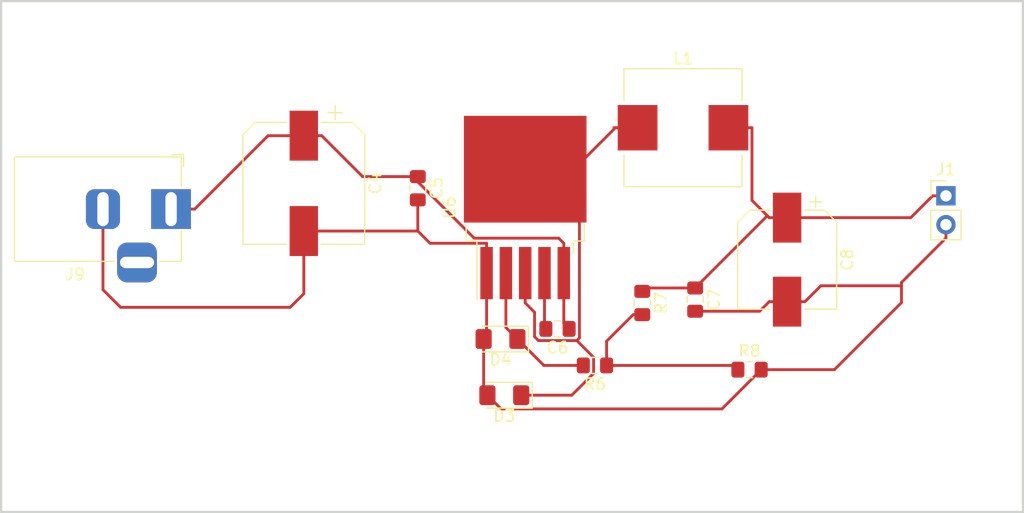
<source format=kicad_pcb>
(kicad_pcb (version 20171130) (host pcbnew 5.0.2-bee76a0~70~ubuntu18.04.1)

  (general
    (thickness 1.6)
    (drawings 5)
    (tracks 81)
    (zones 0)
    (modules 14)
    (nets 9)
  )

  (page A4)
  (layers
    (0 F.Cu signal)
    (31 B.Cu signal)
    (32 B.Adhes user)
    (33 F.Adhes user)
    (34 B.Paste user)
    (35 F.Paste user)
    (36 B.SilkS user)
    (37 F.SilkS user)
    (38 B.Mask user)
    (39 F.Mask user)
    (40 Dwgs.User user)
    (41 Cmts.User user)
    (42 Eco1.User user)
    (43 Eco2.User user)
    (44 Edge.Cuts user)
    (45 Margin user)
    (46 B.CrtYd user)
    (47 F.CrtYd user)
    (48 B.Fab user)
    (49 F.Fab user)
  )

  (setup
    (last_trace_width 0.25)
    (trace_clearance 0.2)
    (zone_clearance 0.508)
    (zone_45_only no)
    (trace_min 0.2)
    (segment_width 0.2)
    (edge_width 0.15)
    (via_size 0.8)
    (via_drill 0.4)
    (via_min_size 0.4)
    (via_min_drill 0.3)
    (uvia_size 0.3)
    (uvia_drill 0.1)
    (uvias_allowed no)
    (uvia_min_size 0.2)
    (uvia_min_drill 0.1)
    (pcb_text_width 0.3)
    (pcb_text_size 1.5 1.5)
    (mod_edge_width 0.15)
    (mod_text_size 1 1)
    (mod_text_width 0.15)
    (pad_size 1.524 1.524)
    (pad_drill 0.762)
    (pad_to_mask_clearance 0.051)
    (solder_mask_min_width 0.25)
    (aux_axis_origin 0 0)
    (visible_elements FFFFFF7F)
    (pcbplotparams
      (layerselection 0x010fc_ffffffff)
      (usegerberextensions false)
      (usegerberattributes false)
      (usegerberadvancedattributes false)
      (creategerberjobfile false)
      (excludeedgelayer true)
      (linewidth 0.100000)
      (plotframeref false)
      (viasonmask false)
      (mode 1)
      (useauxorigin false)
      (hpglpennumber 1)
      (hpglpenspeed 20)
      (hpglpendiameter 15.000000)
      (psnegative false)
      (psa4output false)
      (plotreference true)
      (plotvalue true)
      (plotinvisibletext false)
      (padsonsilk false)
      (subtractmaskfromsilk false)
      (outputformat 1)
      (mirror false)
      (drillshape 1)
      (scaleselection 1)
      (outputdirectory ""))
  )

  (net 0 "")
  (net 1 "Net-(R6-Pad1)")
  (net 2 "Net-(D4-Pad1)")
  (net 3 +12V)
  (net 4 GND)
  (net 5 "Net-(D3-Pad1)")
  (net 6 "Net-(C6-Pad2)")
  (net 7 +24V)
  (net 8 "Net-(J9-Pad3)")

  (net_class Default "This is the default net class."
    (clearance 0.2)
    (trace_width 0.25)
    (via_dia 0.8)
    (via_drill 0.4)
    (uvia_dia 0.3)
    (uvia_drill 0.1)
    (add_net +12V)
    (add_net +24V)
    (add_net GND)
    (add_net "Net-(C6-Pad2)")
    (add_net "Net-(D3-Pad1)")
    (add_net "Net-(D4-Pad1)")
    (add_net "Net-(J9-Pad3)")
    (add_net "Net-(R6-Pad1)")
  )

  (module Connector_PinHeader_2.54mm:PinHeader_1x02_P2.54mm_Vertical (layer F.Cu) (tedit 59FED5CC) (tstamp 5C14B1A2)
    (at 98.22 32.15)
    (descr "Through hole straight pin header, 1x02, 2.54mm pitch, single row")
    (tags "Through hole pin header THT 1x02 2.54mm single row")
    (path /5C06C762)
    (fp_text reference J1 (at 0 -2.33) (layer F.SilkS)
      (effects (font (size 1 1) (thickness 0.15)))
    )
    (fp_text value Conn_01x02 (at 0 4.87) (layer F.Fab)
      (effects (font (size 1 1) (thickness 0.15)))
    )
    (fp_line (start -0.635 -1.27) (end 1.27 -1.27) (layer F.Fab) (width 0.1))
    (fp_line (start 1.27 -1.27) (end 1.27 3.81) (layer F.Fab) (width 0.1))
    (fp_line (start 1.27 3.81) (end -1.27 3.81) (layer F.Fab) (width 0.1))
    (fp_line (start -1.27 3.81) (end -1.27 -0.635) (layer F.Fab) (width 0.1))
    (fp_line (start -1.27 -0.635) (end -0.635 -1.27) (layer F.Fab) (width 0.1))
    (fp_line (start -1.33 3.87) (end 1.33 3.87) (layer F.SilkS) (width 0.12))
    (fp_line (start -1.33 1.27) (end -1.33 3.87) (layer F.SilkS) (width 0.12))
    (fp_line (start 1.33 1.27) (end 1.33 3.87) (layer F.SilkS) (width 0.12))
    (fp_line (start -1.33 1.27) (end 1.33 1.27) (layer F.SilkS) (width 0.12))
    (fp_line (start -1.33 0) (end -1.33 -1.33) (layer F.SilkS) (width 0.12))
    (fp_line (start -1.33 -1.33) (end 0 -1.33) (layer F.SilkS) (width 0.12))
    (fp_line (start -1.8 -1.8) (end -1.8 4.35) (layer F.CrtYd) (width 0.05))
    (fp_line (start -1.8 4.35) (end 1.8 4.35) (layer F.CrtYd) (width 0.05))
    (fp_line (start 1.8 4.35) (end 1.8 -1.8) (layer F.CrtYd) (width 0.05))
    (fp_line (start 1.8 -1.8) (end -1.8 -1.8) (layer F.CrtYd) (width 0.05))
    (fp_text user %R (at 0 1.27 90) (layer F.Fab)
      (effects (font (size 1 1) (thickness 0.15)))
    )
    (pad 1 thru_hole rect (at 0 0) (size 1.7 1.7) (drill 1) (layers *.Cu *.Mask)
      (net 3 +12V))
    (pad 2 thru_hole oval (at 0 2.54) (size 1.7 1.7) (drill 1) (layers *.Cu *.Mask)
      (net 4 GND))
    (model ${KISYS3DMOD}/Connector_PinHeader_2.54mm.3dshapes/PinHeader_1x02_P2.54mm_Vertical.wrl
      (at (xyz 0 0 0))
      (scale (xyz 1 1 1))
      (rotate (xyz 0 0 0))
    )
  )

  (module Capacitor_SMD:CP_Elec_10x10.5 (layer F.Cu) (tedit 5A841F9D) (tstamp 5C06BA88)
    (at 41.66 31.05 270)
    (descr "SMT capacitor, aluminium electrolytic, 10x10, Vishay 1010 http://www.vishay.com/docs/28395/150crz.pdf")
    (tags "Capacitor Electrolytic")
    (path /5C06FF69)
    (attr smd)
    (fp_text reference C4 (at 0 -6.3 270) (layer F.SilkS)
      (effects (font (size 1 1) (thickness 0.15)))
    )
    (fp_text value CP220uf,50V (at 0 6.3 270) (layer F.Fab)
      (effects (font (size 1 1) (thickness 0.15)))
    )
    (fp_circle (center 0 0) (end 5 0) (layer F.Fab) (width 0.1))
    (fp_line (start 5.25 -5.25) (end 5.25 5.25) (layer F.Fab) (width 0.1))
    (fp_line (start -4.25 -5.25) (end 5.25 -5.25) (layer F.Fab) (width 0.1))
    (fp_line (start -4.25 5.25) (end 5.25 5.25) (layer F.Fab) (width 0.1))
    (fp_line (start -5.25 -4.25) (end -5.25 4.25) (layer F.Fab) (width 0.1))
    (fp_line (start -5.25 -4.25) (end -4.25 -5.25) (layer F.Fab) (width 0.1))
    (fp_line (start -5.25 4.25) (end -4.25 5.25) (layer F.Fab) (width 0.1))
    (fp_line (start -4.558325 -1.7) (end -3.558325 -1.7) (layer F.Fab) (width 0.1))
    (fp_line (start -4.058325 -2.2) (end -4.058325 -1.2) (layer F.Fab) (width 0.1))
    (fp_line (start 5.36 5.36) (end 5.36 1.51) (layer F.SilkS) (width 0.12))
    (fp_line (start 5.36 -5.36) (end 5.36 -1.51) (layer F.SilkS) (width 0.12))
    (fp_line (start -4.295563 -5.36) (end 5.36 -5.36) (layer F.SilkS) (width 0.12))
    (fp_line (start -4.295563 5.36) (end 5.36 5.36) (layer F.SilkS) (width 0.12))
    (fp_line (start -5.36 4.295563) (end -5.36 1.51) (layer F.SilkS) (width 0.12))
    (fp_line (start -5.36 -4.295563) (end -5.36 -1.51) (layer F.SilkS) (width 0.12))
    (fp_line (start -5.36 -4.295563) (end -4.295563 -5.36) (layer F.SilkS) (width 0.12))
    (fp_line (start -5.36 4.295563) (end -4.295563 5.36) (layer F.SilkS) (width 0.12))
    (fp_line (start -6.85 -2.76) (end -5.6 -2.76) (layer F.SilkS) (width 0.12))
    (fp_line (start -6.225 -3.385) (end -6.225 -2.135) (layer F.SilkS) (width 0.12))
    (fp_line (start 5.5 -5.5) (end 5.5 -1.5) (layer F.CrtYd) (width 0.05))
    (fp_line (start 5.5 -1.5) (end 6.65 -1.5) (layer F.CrtYd) (width 0.05))
    (fp_line (start 6.65 -1.5) (end 6.65 1.5) (layer F.CrtYd) (width 0.05))
    (fp_line (start 6.65 1.5) (end 5.5 1.5) (layer F.CrtYd) (width 0.05))
    (fp_line (start 5.5 1.5) (end 5.5 5.5) (layer F.CrtYd) (width 0.05))
    (fp_line (start -4.35 5.5) (end 5.5 5.5) (layer F.CrtYd) (width 0.05))
    (fp_line (start -4.35 -5.5) (end 5.5 -5.5) (layer F.CrtYd) (width 0.05))
    (fp_line (start -5.5 4.35) (end -4.35 5.5) (layer F.CrtYd) (width 0.05))
    (fp_line (start -5.5 -4.35) (end -4.35 -5.5) (layer F.CrtYd) (width 0.05))
    (fp_line (start -5.5 -4.35) (end -5.5 -1.5) (layer F.CrtYd) (width 0.05))
    (fp_line (start -5.5 1.5) (end -5.5 4.35) (layer F.CrtYd) (width 0.05))
    (fp_line (start -5.5 -1.5) (end -6.65 -1.5) (layer F.CrtYd) (width 0.05))
    (fp_line (start -6.65 -1.5) (end -6.65 1.5) (layer F.CrtYd) (width 0.05))
    (fp_line (start -6.65 1.5) (end -5.5 1.5) (layer F.CrtYd) (width 0.05))
    (fp_text user %R (at 0 0 270) (layer F.Fab)
      (effects (font (size 1 1) (thickness 0.15)))
    )
    (pad 1 smd rect (at -4.2 0 270) (size 4.4 2.5) (layers F.Cu F.Paste F.Mask)
      (net 7 +24V))
    (pad 2 smd rect (at 4.2 0 270) (size 4.4 2.5) (layers F.Cu F.Paste F.Mask)
      (net 4 GND))
    (model ${KISYS3DMOD}/Capacitor_SMD.3dshapes/CP_Elec_10x10.5.wrl
      (at (xyz 0 0 0))
      (scale (xyz 1 1 1))
      (rotate (xyz 0 0 0))
    )
  )

  (module Capacitor_SMD:CP_Elec_8x10.5 (layer F.Cu) (tedit 5A841F9D) (tstamp 5C06BA60)
    (at 84.23 37.77 270)
    (descr "SMT capacitor, aluminium electrolytic, 8x10.5, Vishay 0810 http://www.vishay.com/docs/28395/150crz.pdf")
    (tags "Capacitor Electrolytic")
    (path /5C0715C0)
    (attr smd)
    (fp_text reference C8 (at 0 -5.3 270) (layer F.SilkS)
      (effects (font (size 1 1) (thickness 0.15)))
    )
    (fp_text value CP330uf,25V (at 0 5.3 270) (layer F.Fab)
      (effects (font (size 1 1) (thickness 0.15)))
    )
    (fp_circle (center 0 0) (end 4 0) (layer F.Fab) (width 0.1))
    (fp_line (start 4.25 -4.25) (end 4.25 4.25) (layer F.Fab) (width 0.1))
    (fp_line (start -3.25 -4.25) (end 4.25 -4.25) (layer F.Fab) (width 0.1))
    (fp_line (start -3.25 4.25) (end 4.25 4.25) (layer F.Fab) (width 0.1))
    (fp_line (start -4.25 -3.25) (end -4.25 3.25) (layer F.Fab) (width 0.1))
    (fp_line (start -4.25 -3.25) (end -3.25 -4.25) (layer F.Fab) (width 0.1))
    (fp_line (start -4.25 3.25) (end -3.25 4.25) (layer F.Fab) (width 0.1))
    (fp_line (start -3.562278 -1.5) (end -2.762278 -1.5) (layer F.Fab) (width 0.1))
    (fp_line (start -3.162278 -1.9) (end -3.162278 -1.1) (layer F.Fab) (width 0.1))
    (fp_line (start 4.36 4.36) (end 4.36 1.51) (layer F.SilkS) (width 0.12))
    (fp_line (start 4.36 -4.36) (end 4.36 -1.51) (layer F.SilkS) (width 0.12))
    (fp_line (start -3.295563 -4.36) (end 4.36 -4.36) (layer F.SilkS) (width 0.12))
    (fp_line (start -3.295563 4.36) (end 4.36 4.36) (layer F.SilkS) (width 0.12))
    (fp_line (start -4.36 3.295563) (end -4.36 1.51) (layer F.SilkS) (width 0.12))
    (fp_line (start -4.36 -3.295563) (end -4.36 -1.51) (layer F.SilkS) (width 0.12))
    (fp_line (start -4.36 -3.295563) (end -3.295563 -4.36) (layer F.SilkS) (width 0.12))
    (fp_line (start -4.36 3.295563) (end -3.295563 4.36) (layer F.SilkS) (width 0.12))
    (fp_line (start -5.6 -2.51) (end -4.6 -2.51) (layer F.SilkS) (width 0.12))
    (fp_line (start -5.1 -3.01) (end -5.1 -2.01) (layer F.SilkS) (width 0.12))
    (fp_line (start 4.5 -4.5) (end 4.5 -1.5) (layer F.CrtYd) (width 0.05))
    (fp_line (start 4.5 -1.5) (end 6.15 -1.5) (layer F.CrtYd) (width 0.05))
    (fp_line (start 6.15 -1.5) (end 6.15 1.5) (layer F.CrtYd) (width 0.05))
    (fp_line (start 6.15 1.5) (end 4.5 1.5) (layer F.CrtYd) (width 0.05))
    (fp_line (start 4.5 1.5) (end 4.5 4.5) (layer F.CrtYd) (width 0.05))
    (fp_line (start -3.35 4.5) (end 4.5 4.5) (layer F.CrtYd) (width 0.05))
    (fp_line (start -3.35 -4.5) (end 4.5 -4.5) (layer F.CrtYd) (width 0.05))
    (fp_line (start -4.5 3.35) (end -3.35 4.5) (layer F.CrtYd) (width 0.05))
    (fp_line (start -4.5 -3.35) (end -3.35 -4.5) (layer F.CrtYd) (width 0.05))
    (fp_line (start -4.5 -3.35) (end -4.5 -1.5) (layer F.CrtYd) (width 0.05))
    (fp_line (start -4.5 1.5) (end -4.5 3.35) (layer F.CrtYd) (width 0.05))
    (fp_line (start -4.5 -1.5) (end -6.15 -1.5) (layer F.CrtYd) (width 0.05))
    (fp_line (start -6.15 -1.5) (end -6.15 1.5) (layer F.CrtYd) (width 0.05))
    (fp_line (start -6.15 1.5) (end -4.5 1.5) (layer F.CrtYd) (width 0.05))
    (fp_text user %R (at 0 0 270) (layer F.Fab)
      (effects (font (size 1 1) (thickness 0.15)))
    )
    (pad 1 smd rect (at -3.7 0 270) (size 4.4 2.5) (layers F.Cu F.Paste F.Mask)
      (net 3 +12V))
    (pad 2 smd rect (at 3.7 0 270) (size 4.4 2.5) (layers F.Cu F.Paste F.Mask)
      (net 4 GND))
    (model ${KISYS3DMOD}/Capacitor_SMD.3dshapes/CP_Elec_8x10.5.wrl
      (at (xyz 0 0 0))
      (scale (xyz 1 1 1))
      (rotate (xyz 0 0 0))
    )
  )

  (module Capacitor_SMD:C_0805_2012Metric_Pad1.15x1.40mm_HandSolder (layer F.Cu) (tedit 5B36C52B) (tstamp 5C06BA38)
    (at 76.13 41.29 270)
    (descr "Capacitor SMD 0805 (2012 Metric), square (rectangular) end terminal, IPC_7351 nominal with elongated pad for handsoldering. (Body size source: https://docs.google.com/spreadsheets/d/1BsfQQcO9C6DZCsRaXUlFlo91Tg2WpOkGARC1WS5S8t0/edit?usp=sharing), generated with kicad-footprint-generator")
    (tags "capacitor handsolder")
    (path /5C07141B)
    (attr smd)
    (fp_text reference C7 (at 0 -1.65 270) (layer F.SilkS)
      (effects (font (size 1 1) (thickness 0.15)))
    )
    (fp_text value C105,0805 (at 0 1.65 270) (layer F.Fab)
      (effects (font (size 1 1) (thickness 0.15)))
    )
    (fp_line (start -1 0.6) (end -1 -0.6) (layer F.Fab) (width 0.1))
    (fp_line (start -1 -0.6) (end 1 -0.6) (layer F.Fab) (width 0.1))
    (fp_line (start 1 -0.6) (end 1 0.6) (layer F.Fab) (width 0.1))
    (fp_line (start 1 0.6) (end -1 0.6) (layer F.Fab) (width 0.1))
    (fp_line (start -0.261252 -0.71) (end 0.261252 -0.71) (layer F.SilkS) (width 0.12))
    (fp_line (start -0.261252 0.71) (end 0.261252 0.71) (layer F.SilkS) (width 0.12))
    (fp_line (start -1.85 0.95) (end -1.85 -0.95) (layer F.CrtYd) (width 0.05))
    (fp_line (start -1.85 -0.95) (end 1.85 -0.95) (layer F.CrtYd) (width 0.05))
    (fp_line (start 1.85 -0.95) (end 1.85 0.95) (layer F.CrtYd) (width 0.05))
    (fp_line (start 1.85 0.95) (end -1.85 0.95) (layer F.CrtYd) (width 0.05))
    (fp_text user %R (at 0 0 270) (layer F.Fab)
      (effects (font (size 0.5 0.5) (thickness 0.08)))
    )
    (pad 1 smd roundrect (at -1.025 0 270) (size 1.15 1.4) (layers F.Cu F.Paste F.Mask) (roundrect_rratio 0.217391)
      (net 3 +12V))
    (pad 2 smd roundrect (at 1.025 0 270) (size 1.15 1.4) (layers F.Cu F.Paste F.Mask) (roundrect_rratio 0.217391)
      (net 4 GND))
    (model ${KISYS3DMOD}/Capacitor_SMD.3dshapes/C_0805_2012Metric.wrl
      (at (xyz 0 0 0))
      (scale (xyz 1 1 1))
      (rotate (xyz 0 0 0))
    )
  )

  (module Capacitor_SMD:C_0805_2012Metric_Pad1.15x1.40mm_HandSolder (layer F.Cu) (tedit 5B36C52B) (tstamp 5C06BA27)
    (at 64.005 43.87 180)
    (descr "Capacitor SMD 0805 (2012 Metric), square (rectangular) end terminal, IPC_7351 nominal with elongated pad for handsoldering. (Body size source: https://docs.google.com/spreadsheets/d/1BsfQQcO9C6DZCsRaXUlFlo91Tg2WpOkGARC1WS5S8t0/edit?usp=sharing), generated with kicad-footprint-generator")
    (tags "capacitor handsolder")
    (path /5C0700F4)
    (attr smd)
    (fp_text reference C6 (at 0 -1.65 180) (layer F.SilkS)
      (effects (font (size 1 1) (thickness 0.15)))
    )
    (fp_text value C105,0805 (at 0 1.65 180) (layer F.Fab)
      (effects (font (size 1 1) (thickness 0.15)))
    )
    (fp_text user %R (at 0 0 180) (layer F.Fab)
      (effects (font (size 0.5 0.5) (thickness 0.08)))
    )
    (fp_line (start 1.85 0.95) (end -1.85 0.95) (layer F.CrtYd) (width 0.05))
    (fp_line (start 1.85 -0.95) (end 1.85 0.95) (layer F.CrtYd) (width 0.05))
    (fp_line (start -1.85 -0.95) (end 1.85 -0.95) (layer F.CrtYd) (width 0.05))
    (fp_line (start -1.85 0.95) (end -1.85 -0.95) (layer F.CrtYd) (width 0.05))
    (fp_line (start -0.261252 0.71) (end 0.261252 0.71) (layer F.SilkS) (width 0.12))
    (fp_line (start -0.261252 -0.71) (end 0.261252 -0.71) (layer F.SilkS) (width 0.12))
    (fp_line (start 1 0.6) (end -1 0.6) (layer F.Fab) (width 0.1))
    (fp_line (start 1 -0.6) (end 1 0.6) (layer F.Fab) (width 0.1))
    (fp_line (start -1 -0.6) (end 1 -0.6) (layer F.Fab) (width 0.1))
    (fp_line (start -1 0.6) (end -1 -0.6) (layer F.Fab) (width 0.1))
    (pad 2 smd roundrect (at 1.025 0 180) (size 1.15 1.4) (layers F.Cu F.Paste F.Mask) (roundrect_rratio 0.217391)
      (net 6 "Net-(C6-Pad2)"))
    (pad 1 smd roundrect (at -1.025 0 180) (size 1.15 1.4) (layers F.Cu F.Paste F.Mask) (roundrect_rratio 0.217391)
      (net 7 +24V))
    (model ${KISYS3DMOD}/Capacitor_SMD.3dshapes/C_0805_2012Metric.wrl
      (at (xyz 0 0 0))
      (scale (xyz 1 1 1))
      (rotate (xyz 0 0 0))
    )
  )

  (module Capacitor_SMD:C_0805_2012Metric_Pad1.15x1.40mm_HandSolder (layer F.Cu) (tedit 5B36C52B) (tstamp 5C06BA16)
    (at 51.7 31.48 270)
    (descr "Capacitor SMD 0805 (2012 Metric), square (rectangular) end terminal, IPC_7351 nominal with elongated pad for handsoldering. (Body size source: https://docs.google.com/spreadsheets/d/1BsfQQcO9C6DZCsRaXUlFlo91Tg2WpOkGARC1WS5S8t0/edit?usp=sharing), generated with kicad-footprint-generator")
    (tags "capacitor handsolder")
    (path /5C070084)
    (attr smd)
    (fp_text reference C5 (at 0 -1.65 270) (layer F.SilkS)
      (effects (font (size 1 1) (thickness 0.15)))
    )
    (fp_text value C105,0805 (at 0 1.65 270) (layer F.Fab)
      (effects (font (size 1 1) (thickness 0.15)))
    )
    (fp_line (start -1 0.6) (end -1 -0.6) (layer F.Fab) (width 0.1))
    (fp_line (start -1 -0.6) (end 1 -0.6) (layer F.Fab) (width 0.1))
    (fp_line (start 1 -0.6) (end 1 0.6) (layer F.Fab) (width 0.1))
    (fp_line (start 1 0.6) (end -1 0.6) (layer F.Fab) (width 0.1))
    (fp_line (start -0.261252 -0.71) (end 0.261252 -0.71) (layer F.SilkS) (width 0.12))
    (fp_line (start -0.261252 0.71) (end 0.261252 0.71) (layer F.SilkS) (width 0.12))
    (fp_line (start -1.85 0.95) (end -1.85 -0.95) (layer F.CrtYd) (width 0.05))
    (fp_line (start -1.85 -0.95) (end 1.85 -0.95) (layer F.CrtYd) (width 0.05))
    (fp_line (start 1.85 -0.95) (end 1.85 0.95) (layer F.CrtYd) (width 0.05))
    (fp_line (start 1.85 0.95) (end -1.85 0.95) (layer F.CrtYd) (width 0.05))
    (fp_text user %R (at 0 0 270) (layer F.Fab)
      (effects (font (size 0.5 0.5) (thickness 0.08)))
    )
    (pad 1 smd roundrect (at -1.025 0 270) (size 1.15 1.4) (layers F.Cu F.Paste F.Mask) (roundrect_rratio 0.217391)
      (net 7 +24V))
    (pad 2 smd roundrect (at 1.025 0 270) (size 1.15 1.4) (layers F.Cu F.Paste F.Mask) (roundrect_rratio 0.217391)
      (net 4 GND))
    (model ${KISYS3DMOD}/Capacitor_SMD.3dshapes/C_0805_2012Metric.wrl
      (at (xyz 0 0 0))
      (scale (xyz 1 1 1))
      (rotate (xyz 0 0 0))
    )
  )

  (module Connector_BarrelJack:BarrelJack_Horizontal (layer F.Cu) (tedit 5A1DBF6A) (tstamp 5C06BA05)
    (at 29.97 33.32)
    (descr "DC Barrel Jack")
    (tags "Power Jack")
    (path /5C080E2B)
    (fp_text reference J9 (at -8.45 5.75) (layer F.SilkS)
      (effects (font (size 1 1) (thickness 0.15)))
    )
    (fp_text value Barrel_Jack_Switch (at -6.2 -5.5) (layer F.Fab)
      (effects (font (size 1 1) (thickness 0.15)))
    )
    (fp_text user %R (at -3 -2.95) (layer F.Fab)
      (effects (font (size 1 1) (thickness 0.15)))
    )
    (fp_line (start -0.003213 -4.505425) (end 0.8 -3.75) (layer F.Fab) (width 0.1))
    (fp_line (start 1.1 -3.75) (end 1.1 -4.8) (layer F.SilkS) (width 0.12))
    (fp_line (start 0.05 -4.8) (end 1.1 -4.8) (layer F.SilkS) (width 0.12))
    (fp_line (start 1 -4.5) (end 1 -4.75) (layer F.CrtYd) (width 0.05))
    (fp_line (start 1 -4.75) (end -14 -4.75) (layer F.CrtYd) (width 0.05))
    (fp_line (start 1 -4.5) (end 1 -2) (layer F.CrtYd) (width 0.05))
    (fp_line (start 1 -2) (end 2 -2) (layer F.CrtYd) (width 0.05))
    (fp_line (start 2 -2) (end 2 2) (layer F.CrtYd) (width 0.05))
    (fp_line (start 2 2) (end 1 2) (layer F.CrtYd) (width 0.05))
    (fp_line (start 1 2) (end 1 4.75) (layer F.CrtYd) (width 0.05))
    (fp_line (start 1 4.75) (end -1 4.75) (layer F.CrtYd) (width 0.05))
    (fp_line (start -1 4.75) (end -1 6.75) (layer F.CrtYd) (width 0.05))
    (fp_line (start -1 6.75) (end -5 6.75) (layer F.CrtYd) (width 0.05))
    (fp_line (start -5 6.75) (end -5 4.75) (layer F.CrtYd) (width 0.05))
    (fp_line (start -5 4.75) (end -14 4.75) (layer F.CrtYd) (width 0.05))
    (fp_line (start -14 4.75) (end -14 -4.75) (layer F.CrtYd) (width 0.05))
    (fp_line (start -5 4.6) (end -13.8 4.6) (layer F.SilkS) (width 0.12))
    (fp_line (start -13.8 4.6) (end -13.8 -4.6) (layer F.SilkS) (width 0.12))
    (fp_line (start 0.9 1.9) (end 0.9 4.6) (layer F.SilkS) (width 0.12))
    (fp_line (start 0.9 4.6) (end -1 4.6) (layer F.SilkS) (width 0.12))
    (fp_line (start -13.8 -4.6) (end 0.9 -4.6) (layer F.SilkS) (width 0.12))
    (fp_line (start 0.9 -4.6) (end 0.9 -2) (layer F.SilkS) (width 0.12))
    (fp_line (start -10.2 -4.5) (end -10.2 4.5) (layer F.Fab) (width 0.1))
    (fp_line (start -13.7 -4.5) (end -13.7 4.5) (layer F.Fab) (width 0.1))
    (fp_line (start -13.7 4.5) (end 0.8 4.5) (layer F.Fab) (width 0.1))
    (fp_line (start 0.8 4.5) (end 0.8 -3.75) (layer F.Fab) (width 0.1))
    (fp_line (start 0 -4.5) (end -13.7 -4.5) (layer F.Fab) (width 0.1))
    (pad 1 thru_hole rect (at 0 0) (size 3.5 3.5) (drill oval 1 3) (layers *.Cu *.Mask)
      (net 7 +24V))
    (pad 2 thru_hole roundrect (at -6 0) (size 3 3.5) (drill oval 1 3) (layers *.Cu *.Mask) (roundrect_rratio 0.25)
      (net 4 GND))
    (pad 3 thru_hole roundrect (at -3 4.7) (size 3.5 3.5) (drill oval 3 1) (layers *.Cu *.Mask) (roundrect_rratio 0.25)
      (net 8 "Net-(J9-Pad3)"))
    (model ${KISYS3DMOD}/Connector_BarrelJack.3dshapes/BarrelJack_Horizontal.wrl
      (at (xyz 0 0 0))
      (scale (xyz 1 1 1))
      (rotate (xyz 0 0 0))
    )
  )

  (module Diode_SMD:D_1206_3216Metric_Pad1.42x1.75mm_HandSolder (layer F.Cu) (tedit 5B4B45C8) (tstamp 5C06B9E2)
    (at 58.9875 44.76 180)
    (descr "Diode SMD 1206 (3216 Metric), square (rectangular) end terminal, IPC_7351 nominal, (Body size source: http://www.tortai-tech.com/upload/download/2011102023233369053.pdf), generated with kicad-footprint-generator")
    (tags "diode handsolder")
    (path /5C070F09)
    (attr smd)
    (fp_text reference D4 (at 0 -1.82 180) (layer F.SilkS)
      (effects (font (size 1 1) (thickness 0.15)))
    )
    (fp_text value SD_1N5817_SS12 (at 0 1.82 180) (layer F.Fab)
      (effects (font (size 1 1) (thickness 0.15)))
    )
    (fp_text user %R (at 0 0 180) (layer F.Fab)
      (effects (font (size 0.8 0.8) (thickness 0.12)))
    )
    (fp_line (start 2.45 1.12) (end -2.45 1.12) (layer F.CrtYd) (width 0.05))
    (fp_line (start 2.45 -1.12) (end 2.45 1.12) (layer F.CrtYd) (width 0.05))
    (fp_line (start -2.45 -1.12) (end 2.45 -1.12) (layer F.CrtYd) (width 0.05))
    (fp_line (start -2.45 1.12) (end -2.45 -1.12) (layer F.CrtYd) (width 0.05))
    (fp_line (start -2.46 1.135) (end 1.6 1.135) (layer F.SilkS) (width 0.12))
    (fp_line (start -2.46 -1.135) (end -2.46 1.135) (layer F.SilkS) (width 0.12))
    (fp_line (start 1.6 -1.135) (end -2.46 -1.135) (layer F.SilkS) (width 0.12))
    (fp_line (start 1.6 0.8) (end 1.6 -0.8) (layer F.Fab) (width 0.1))
    (fp_line (start -1.6 0.8) (end 1.6 0.8) (layer F.Fab) (width 0.1))
    (fp_line (start -1.6 -0.4) (end -1.6 0.8) (layer F.Fab) (width 0.1))
    (fp_line (start -1.2 -0.8) (end -1.6 -0.4) (layer F.Fab) (width 0.1))
    (fp_line (start 1.6 -0.8) (end -1.2 -0.8) (layer F.Fab) (width 0.1))
    (pad 2 smd roundrect (at 1.4875 0 180) (size 1.425 1.75) (layers F.Cu F.Paste F.Mask) (roundrect_rratio 0.175439)
      (net 4 GND))
    (pad 1 smd roundrect (at -1.4875 0 180) (size 1.425 1.75) (layers F.Cu F.Paste F.Mask) (roundrect_rratio 0.175439)
      (net 2 "Net-(D4-Pad1)"))
    (model ${KISYS3DMOD}/Diode_SMD.3dshapes/D_1206_3216Metric.wrl
      (at (xyz 0 0 0))
      (scale (xyz 1 1 1))
      (rotate (xyz 0 0 0))
    )
  )

  (module Diode_SMD:D_1206_3216Metric_Pad1.42x1.75mm_HandSolder (layer F.Cu) (tedit 5B4B45C8) (tstamp 5C06B9CF)
    (at 59.32 49.71 180)
    (descr "Diode SMD 1206 (3216 Metric), square (rectangular) end terminal, IPC_7351 nominal, (Body size source: http://www.tortai-tech.com/upload/download/2011102023233369053.pdf), generated with kicad-footprint-generator")
    (tags "diode handsolder")
    (path /5C070475)
    (attr smd)
    (fp_text reference D3 (at 0 -1.82 180) (layer F.SilkS)
      (effects (font (size 1 1) (thickness 0.15)))
    )
    (fp_text value SD_SS510 (at 0 1.82 180) (layer F.Fab)
      (effects (font (size 1 1) (thickness 0.15)))
    )
    (fp_line (start 1.6 -0.8) (end -1.2 -0.8) (layer F.Fab) (width 0.1))
    (fp_line (start -1.2 -0.8) (end -1.6 -0.4) (layer F.Fab) (width 0.1))
    (fp_line (start -1.6 -0.4) (end -1.6 0.8) (layer F.Fab) (width 0.1))
    (fp_line (start -1.6 0.8) (end 1.6 0.8) (layer F.Fab) (width 0.1))
    (fp_line (start 1.6 0.8) (end 1.6 -0.8) (layer F.Fab) (width 0.1))
    (fp_line (start 1.6 -1.135) (end -2.46 -1.135) (layer F.SilkS) (width 0.12))
    (fp_line (start -2.46 -1.135) (end -2.46 1.135) (layer F.SilkS) (width 0.12))
    (fp_line (start -2.46 1.135) (end 1.6 1.135) (layer F.SilkS) (width 0.12))
    (fp_line (start -2.45 1.12) (end -2.45 -1.12) (layer F.CrtYd) (width 0.05))
    (fp_line (start -2.45 -1.12) (end 2.45 -1.12) (layer F.CrtYd) (width 0.05))
    (fp_line (start 2.45 -1.12) (end 2.45 1.12) (layer F.CrtYd) (width 0.05))
    (fp_line (start 2.45 1.12) (end -2.45 1.12) (layer F.CrtYd) (width 0.05))
    (fp_text user %R (at 0 0 180) (layer F.Fab)
      (effects (font (size 0.8 0.8) (thickness 0.12)))
    )
    (pad 1 smd roundrect (at -1.4875 0 180) (size 1.425 1.75) (layers F.Cu F.Paste F.Mask) (roundrect_rratio 0.175439)
      (net 5 "Net-(D3-Pad1)"))
    (pad 2 smd roundrect (at 1.4875 0 180) (size 1.425 1.75) (layers F.Cu F.Paste F.Mask) (roundrect_rratio 0.175439)
      (net 4 GND))
    (model ${KISYS3DMOD}/Diode_SMD.3dshapes/D_1206_3216Metric.wrl
      (at (xyz 0 0 0))
      (scale (xyz 1 1 1))
      (rotate (xyz 0 0 0))
    )
  )

  (module Inductor_SMD:L_Wuerth_HCI-1040 (layer F.Cu) (tedit 5990349D) (tstamp 5C06B9BC)
    (at 75.06 26.15)
    (descr "Inductor, Wuerth Elektronik, Wuerth_HCI-1040, 10.2mmx10.2mm")
    (tags "inductor Wuerth hci smd")
    (path /5C070A72)
    (attr smd)
    (fp_text reference L1 (at 0 -6.1) (layer F.SilkS)
      (effects (font (size 1 1) (thickness 0.15)))
    )
    (fp_text value L_47UH,5A,1040 (at 0 6.6) (layer F.Fab)
      (effects (font (size 1 1) (thickness 0.15)))
    )
    (fp_text user %R (at 0 0) (layer F.Fab)
      (effects (font (size 1 1) (thickness 0.15)))
    )
    (fp_line (start -5.1 -5.1) (end -5.1 5.1) (layer F.Fab) (width 0.1))
    (fp_line (start -5.1 5.1) (end 5.1 5.1) (layer F.Fab) (width 0.1))
    (fp_line (start 5.1 5.1) (end 5.1 -5.1) (layer F.Fab) (width 0.1))
    (fp_line (start 5.1 -5.1) (end -5.1 -5.1) (layer F.Fab) (width 0.1))
    (fp_line (start -6 -5.35) (end -6 5.35) (layer F.CrtYd) (width 0.05))
    (fp_line (start -6 5.35) (end 6 5.35) (layer F.CrtYd) (width 0.05))
    (fp_line (start 6 5.35) (end 6 -5.35) (layer F.CrtYd) (width 0.05))
    (fp_line (start 6 -5.35) (end -6 -5.35) (layer F.CrtYd) (width 0.05))
    (fp_line (start -5.2 2.4) (end -5.2 5.2) (layer F.SilkS) (width 0.12))
    (fp_line (start -5.2 5.2) (end 5.2 5.2) (layer F.SilkS) (width 0.12))
    (fp_line (start 5.2 5.2) (end 5.2 2.4) (layer F.SilkS) (width 0.12))
    (fp_line (start -5.2 -2.4) (end -5.2 -5.2) (layer F.SilkS) (width 0.12))
    (fp_line (start -5.2 -5.2) (end 5.2 -5.2) (layer F.SilkS) (width 0.12))
    (fp_line (start 5.2 -5.2) (end 5.2 -2.4) (layer F.SilkS) (width 0.12))
    (pad 1 smd rect (at -4 0) (size 3.5 4) (layers F.Cu F.Paste F.Mask)
      (net 5 "Net-(D3-Pad1)"))
    (pad 2 smd rect (at 4 0) (size 3.5 4) (layers F.Cu F.Paste F.Mask)
      (net 3 +12V))
    (model ${KISYS3DMOD}/Inductor_SMD.3dshapes/L_Wuerth_HCI-1040.wrl
      (at (xyz 0 0 0))
      (scale (xyz 1 1 1))
      (rotate (xyz 0 0 0))
    )
  )

  (module Package_TO_SOT_SMD:TO-263-5_TabPin3 (layer F.Cu) (tedit 5A70FBB6) (tstamp 5C06B9A7)
    (at 61.16 33.18 90)
    (descr "TO-263 / D2PAK / DDPAK SMD package, http://www.infineon.com/cms/en/product/packages/PG-TO263/PG-TO263-5-1/")
    (tags "D2PAK DDPAK TO-263 D2PAK-5 TO-263-5 SOT-426")
    (path /5C07A2B2)
    (attr smd)
    (fp_text reference U6 (at 0 -6.65 90) (layer F.SilkS)
      (effects (font (size 1 1) (thickness 0.15)))
    )
    (fp_text value XL4015 (at 0 6.65 90) (layer F.Fab)
      (effects (font (size 1 1) (thickness 0.15)))
    )
    (fp_line (start 6.5 -5) (end 7.5 -5) (layer F.Fab) (width 0.1))
    (fp_line (start 7.5 -5) (end 7.5 5) (layer F.Fab) (width 0.1))
    (fp_line (start 7.5 5) (end 6.5 5) (layer F.Fab) (width 0.1))
    (fp_line (start 6.5 -5) (end 6.5 5) (layer F.Fab) (width 0.1))
    (fp_line (start 6.5 5) (end -2.75 5) (layer F.Fab) (width 0.1))
    (fp_line (start -2.75 5) (end -2.75 -4) (layer F.Fab) (width 0.1))
    (fp_line (start -2.75 -4) (end -1.75 -5) (layer F.Fab) (width 0.1))
    (fp_line (start -1.75 -5) (end 6.5 -5) (layer F.Fab) (width 0.1))
    (fp_line (start -2.75 -3.8) (end -7.45 -3.8) (layer F.Fab) (width 0.1))
    (fp_line (start -7.45 -3.8) (end -7.45 -3) (layer F.Fab) (width 0.1))
    (fp_line (start -7.45 -3) (end -2.75 -3) (layer F.Fab) (width 0.1))
    (fp_line (start -2.75 -2.1) (end -7.45 -2.1) (layer F.Fab) (width 0.1))
    (fp_line (start -7.45 -2.1) (end -7.45 -1.3) (layer F.Fab) (width 0.1))
    (fp_line (start -7.45 -1.3) (end -2.75 -1.3) (layer F.Fab) (width 0.1))
    (fp_line (start -2.75 -0.4) (end -7.45 -0.4) (layer F.Fab) (width 0.1))
    (fp_line (start -7.45 -0.4) (end -7.45 0.4) (layer F.Fab) (width 0.1))
    (fp_line (start -7.45 0.4) (end -2.75 0.4) (layer F.Fab) (width 0.1))
    (fp_line (start -2.75 1.3) (end -7.45 1.3) (layer F.Fab) (width 0.1))
    (fp_line (start -7.45 1.3) (end -7.45 2.1) (layer F.Fab) (width 0.1))
    (fp_line (start -7.45 2.1) (end -2.75 2.1) (layer F.Fab) (width 0.1))
    (fp_line (start -2.75 3) (end -7.45 3) (layer F.Fab) (width 0.1))
    (fp_line (start -7.45 3) (end -7.45 3.8) (layer F.Fab) (width 0.1))
    (fp_line (start -7.45 3.8) (end -2.75 3.8) (layer F.Fab) (width 0.1))
    (fp_line (start -1.45 -5.2) (end -2.95 -5.2) (layer F.SilkS) (width 0.12))
    (fp_line (start -2.95 -5.2) (end -2.95 -4.25) (layer F.SilkS) (width 0.12))
    (fp_line (start -2.95 -4.25) (end -8.075 -4.25) (layer F.SilkS) (width 0.12))
    (fp_line (start -1.45 5.2) (end -2.95 5.2) (layer F.SilkS) (width 0.12))
    (fp_line (start -2.95 5.2) (end -2.95 4.25) (layer F.SilkS) (width 0.12))
    (fp_line (start -2.95 4.25) (end -4.05 4.25) (layer F.SilkS) (width 0.12))
    (fp_line (start -8.32 -5.65) (end -8.32 5.65) (layer F.CrtYd) (width 0.05))
    (fp_line (start -8.32 5.65) (end 8.32 5.65) (layer F.CrtYd) (width 0.05))
    (fp_line (start 8.32 5.65) (end 8.32 -5.65) (layer F.CrtYd) (width 0.05))
    (fp_line (start 8.32 -5.65) (end -8.32 -5.65) (layer F.CrtYd) (width 0.05))
    (fp_text user %R (at 0 0 90) (layer F.Fab)
      (effects (font (size 1 1) (thickness 0.15)))
    )
    (pad 1 smd rect (at -5.775 -3.4 90) (size 4.6 1.1) (layers F.Cu F.Paste F.Mask)
      (net 4 GND))
    (pad 2 smd rect (at -5.775 -1.7 90) (size 4.6 1.1) (layers F.Cu F.Paste F.Mask)
      (net 2 "Net-(D4-Pad1)"))
    (pad 3 smd rect (at -5.775 0 90) (size 4.6 1.1) (layers F.Cu F.Paste F.Mask)
      (net 5 "Net-(D3-Pad1)"))
    (pad 4 smd rect (at -5.775 1.7 90) (size 4.6 1.1) (layers F.Cu F.Paste F.Mask)
      (net 6 "Net-(C6-Pad2)"))
    (pad 5 smd rect (at -5.775 3.4 90) (size 4.6 1.1) (layers F.Cu F.Paste F.Mask)
      (net 7 +24V))
    (pad 3 smd rect (at 3.375 0 90) (size 9.4 10.8) (layers F.Cu F.Mask)
      (net 5 "Net-(D3-Pad1)"))
    (pad "" smd rect (at 5.8 2.775 90) (size 4.55 5.25) (layers F.Paste))
    (pad "" smd rect (at 0.95 -2.775 90) (size 4.55 5.25) (layers F.Paste))
    (pad "" smd rect (at 5.8 -2.775 90) (size 4.55 5.25) (layers F.Paste))
    (pad "" smd rect (at 0.95 2.775 90) (size 4.55 5.25) (layers F.Paste))
    (model ${KISYS3DMOD}/Package_TO_SOT_SMD.3dshapes/TO-263-5_TabPin3.wrl
      (at (xyz 0 0 0))
      (scale (xyz 1 1 1))
      (rotate (xyz 0 0 0))
    )
  )

  (module Resistor_SMD:R_0805_2012Metric_Pad1.15x1.40mm_HandSolder (layer F.Cu) (tedit 5B36C52B) (tstamp 5C14BA1C)
    (at 80.92 47.46)
    (descr "Resistor SMD 0805 (2012 Metric), square (rectangular) end terminal, IPC_7351 nominal with elongated pad for handsoldering. (Body size source: https://docs.google.com/spreadsheets/d/1BsfQQcO9C6DZCsRaXUlFlo91Tg2WpOkGARC1WS5S8t0/edit?usp=sharing), generated with kicad-footprint-generator")
    (tags "resistor handsolder")
    (path /5C0719D1)
    (attr smd)
    (fp_text reference R8 (at 0 -1.65) (layer F.SilkS)
      (effects (font (size 1 1) (thickness 0.15)))
    )
    (fp_text value R332,0805 (at 0 1.65) (layer F.Fab)
      (effects (font (size 1 1) (thickness 0.15)))
    )
    (fp_line (start -1 0.6) (end -1 -0.6) (layer F.Fab) (width 0.1))
    (fp_line (start -1 -0.6) (end 1 -0.6) (layer F.Fab) (width 0.1))
    (fp_line (start 1 -0.6) (end 1 0.6) (layer F.Fab) (width 0.1))
    (fp_line (start 1 0.6) (end -1 0.6) (layer F.Fab) (width 0.1))
    (fp_line (start -0.261252 -0.71) (end 0.261252 -0.71) (layer F.SilkS) (width 0.12))
    (fp_line (start -0.261252 0.71) (end 0.261252 0.71) (layer F.SilkS) (width 0.12))
    (fp_line (start -1.85 0.95) (end -1.85 -0.95) (layer F.CrtYd) (width 0.05))
    (fp_line (start -1.85 -0.95) (end 1.85 -0.95) (layer F.CrtYd) (width 0.05))
    (fp_line (start 1.85 -0.95) (end 1.85 0.95) (layer F.CrtYd) (width 0.05))
    (fp_line (start 1.85 0.95) (end -1.85 0.95) (layer F.CrtYd) (width 0.05))
    (fp_text user %R (at 0 0) (layer F.Fab)
      (effects (font (size 0.5 0.5) (thickness 0.08)))
    )
    (pad 1 smd roundrect (at -1.025 0) (size 1.15 1.4) (layers F.Cu F.Paste F.Mask) (roundrect_rratio 0.217391)
      (net 1 "Net-(R6-Pad1)"))
    (pad 2 smd roundrect (at 1.025 0) (size 1.15 1.4) (layers F.Cu F.Paste F.Mask) (roundrect_rratio 0.217391)
      (net 4 GND))
    (model ${KISYS3DMOD}/Resistor_SMD.3dshapes/R_0805_2012Metric.wrl
      (at (xyz 0 0 0))
      (scale (xyz 1 1 1))
      (rotate (xyz 0 0 0))
    )
  )

  (module Resistor_SMD:R_0805_2012Metric_Pad1.15x1.40mm_HandSolder (layer F.Cu) (tedit 5B36C52B) (tstamp 5C06B966)
    (at 71.47 41.59 270)
    (descr "Resistor SMD 0805 (2012 Metric), square (rectangular) end terminal, IPC_7351 nominal with elongated pad for handsoldering. (Body size source: https://docs.google.com/spreadsheets/d/1BsfQQcO9C6DZCsRaXUlFlo91Tg2WpOkGARC1WS5S8t0/edit?usp=sharing), generated with kicad-footprint-generator")
    (tags "resistor handsolder")
    (path /5C07179A)
    (attr smd)
    (fp_text reference R7 (at 0 -1.65 270) (layer F.SilkS)
      (effects (font (size 1 1) (thickness 0.15)))
    )
    (fp_text value R333,0805 (at 0 1.65 270) (layer F.Fab)
      (effects (font (size 1 1) (thickness 0.15)))
    )
    (fp_text user %R (at 0 0 270) (layer F.Fab)
      (effects (font (size 0.5 0.5) (thickness 0.08)))
    )
    (fp_line (start 1.85 0.95) (end -1.85 0.95) (layer F.CrtYd) (width 0.05))
    (fp_line (start 1.85 -0.95) (end 1.85 0.95) (layer F.CrtYd) (width 0.05))
    (fp_line (start -1.85 -0.95) (end 1.85 -0.95) (layer F.CrtYd) (width 0.05))
    (fp_line (start -1.85 0.95) (end -1.85 -0.95) (layer F.CrtYd) (width 0.05))
    (fp_line (start -0.261252 0.71) (end 0.261252 0.71) (layer F.SilkS) (width 0.12))
    (fp_line (start -0.261252 -0.71) (end 0.261252 -0.71) (layer F.SilkS) (width 0.12))
    (fp_line (start 1 0.6) (end -1 0.6) (layer F.Fab) (width 0.1))
    (fp_line (start 1 -0.6) (end 1 0.6) (layer F.Fab) (width 0.1))
    (fp_line (start -1 -0.6) (end 1 -0.6) (layer F.Fab) (width 0.1))
    (fp_line (start -1 0.6) (end -1 -0.6) (layer F.Fab) (width 0.1))
    (pad 2 smd roundrect (at 1.025 0 270) (size 1.15 1.4) (layers F.Cu F.Paste F.Mask) (roundrect_rratio 0.217391)
      (net 1 "Net-(R6-Pad1)"))
    (pad 1 smd roundrect (at -1.025 0 270) (size 1.15 1.4) (layers F.Cu F.Paste F.Mask) (roundrect_rratio 0.217391)
      (net 3 +12V))
    (model ${KISYS3DMOD}/Resistor_SMD.3dshapes/R_0805_2012Metric.wrl
      (at (xyz 0 0 0))
      (scale (xyz 1 1 1))
      (rotate (xyz 0 0 0))
    )
  )

  (module Resistor_SMD:R_0805_2012Metric_Pad1.15x1.40mm_HandSolder (layer F.Cu) (tedit 5B36C52B) (tstamp 5C06B955)
    (at 67.305 47.09 180)
    (descr "Resistor SMD 0805 (2012 Metric), square (rectangular) end terminal, IPC_7351 nominal with elongated pad for handsoldering. (Body size source: https://docs.google.com/spreadsheets/d/1BsfQQcO9C6DZCsRaXUlFlo91Tg2WpOkGARC1WS5S8t0/edit?usp=sharing), generated with kicad-footprint-generator")
    (tags "resistor handsolder")
    (path /5C070D4D)
    (attr smd)
    (fp_text reference R6 (at 0 -1.65 180) (layer F.SilkS)
      (effects (font (size 1 1) (thickness 0.15)))
    )
    (fp_text value R103,0805 (at 0 1.65 180) (layer F.Fab)
      (effects (font (size 1 1) (thickness 0.15)))
    )
    (fp_line (start -1 0.6) (end -1 -0.6) (layer F.Fab) (width 0.1))
    (fp_line (start -1 -0.6) (end 1 -0.6) (layer F.Fab) (width 0.1))
    (fp_line (start 1 -0.6) (end 1 0.6) (layer F.Fab) (width 0.1))
    (fp_line (start 1 0.6) (end -1 0.6) (layer F.Fab) (width 0.1))
    (fp_line (start -0.261252 -0.71) (end 0.261252 -0.71) (layer F.SilkS) (width 0.12))
    (fp_line (start -0.261252 0.71) (end 0.261252 0.71) (layer F.SilkS) (width 0.12))
    (fp_line (start -1.85 0.95) (end -1.85 -0.95) (layer F.CrtYd) (width 0.05))
    (fp_line (start -1.85 -0.95) (end 1.85 -0.95) (layer F.CrtYd) (width 0.05))
    (fp_line (start 1.85 -0.95) (end 1.85 0.95) (layer F.CrtYd) (width 0.05))
    (fp_line (start 1.85 0.95) (end -1.85 0.95) (layer F.CrtYd) (width 0.05))
    (fp_text user %R (at 0 0 180) (layer F.Fab)
      (effects (font (size 0.5 0.5) (thickness 0.08)))
    )
    (pad 1 smd roundrect (at -1.025 0 180) (size 1.15 1.4) (layers F.Cu F.Paste F.Mask) (roundrect_rratio 0.217391)
      (net 1 "Net-(R6-Pad1)"))
    (pad 2 smd roundrect (at 1.025 0 180) (size 1.15 1.4) (layers F.Cu F.Paste F.Mask) (roundrect_rratio 0.217391)
      (net 2 "Net-(D4-Pad1)"))
    (model ${KISYS3DMOD}/Resistor_SMD.3dshapes/R_0805_2012Metric.wrl
      (at (xyz 0 0 0))
      (scale (xyz 1 1 1))
      (rotate (xyz 0 0 0))
    )
  )

  (gr_line (start 105 15) (end 15 15) (layer Edge.Cuts) (width 0.2))
  (gr_line (start 105 20) (end 105 15) (layer Edge.Cuts) (width 0.2))
  (gr_line (start 105 60) (end 105 20) (layer Edge.Cuts) (width 0.2))
  (gr_line (start 15 60) (end 105 60) (layer Edge.Cuts) (width 0.2))
  (gr_line (start 15 15) (end 15 60) (layer Edge.Cuts) (width 0.2))

  (segment (start 68.33 47.09) (end 79.525 47.09) (width 0.25) (layer F.Cu) (net 1) (status 30))
  (segment (start 79.525 47.09) (end 79.895 47.46) (width 0.25) (layer F.Cu) (net 1) (status 30))
  (segment (start 68.33 44.955) (end 68.33 47.09) (width 0.25) (layer F.Cu) (net 1) (status 20))
  (segment (start 70.67 42.615) (end 68.33 44.955) (width 0.25) (layer F.Cu) (net 1))
  (segment (start 71.47 42.615) (end 70.67 42.615) (width 0.25) (layer F.Cu) (net 1) (status 10))
  (segment (start 59.46 38.955) (end 59.46 43.745) (width 0.25) (layer F.Cu) (net 2) (status 10))
  (segment (start 59.46 43.745) (end 60.475 44.76) (width 0.25) (layer F.Cu) (net 2) (status 20))
  (segment (start 60.475 44.76) (end 62.805 47.09) (width 0.25) (layer F.Cu) (net 2) (status 10))
  (segment (start 62.805 47.09) (end 66.28 47.09) (width 0.25) (layer F.Cu) (net 2) (status 20))
  (segment (start 82.4899 33.9051) (end 82.6547 34.07) (width 0.25) (layer F.Cu) (net 3))
  (segment (start 81.1353 26.15) (end 81.1353 32.5506) (width 0.25) (layer F.Cu) (net 3))
  (segment (start 81.1353 32.5506) (end 82.4899 33.9051) (width 0.25) (layer F.Cu) (net 3))
  (segment (start 82.4899 33.9051) (end 76.13 40.265) (width 0.25) (layer F.Cu) (net 3) (status 20))
  (segment (start 84.23 34.07) (end 82.6547 34.07) (width 0.25) (layer F.Cu) (net 3) (status 10))
  (segment (start 79.06 26.15) (end 81.1353 26.15) (width 0.25) (layer F.Cu) (net 3) (status 10))
  (segment (start 84.23 34.07) (end 95.1247 34.07) (width 0.25) (layer F.Cu) (net 3) (status 10))
  (segment (start 95.1247 34.07) (end 97.0447 32.15) (width 0.25) (layer F.Cu) (net 3))
  (segment (start 98.22 32.15) (end 97.0447 32.15) (width 0.25) (layer F.Cu) (net 3) (status 10))
  (segment (start 71.77 40.265) (end 71.47 40.565) (width 0.25) (layer F.Cu) (net 3) (status 30))
  (segment (start 76.13 40.265) (end 71.77 40.265) (width 0.25) (layer F.Cu) (net 3) (status 30))
  (segment (start 57.8325 49.71) (end 59.0417 50.9192) (width 0.25) (layer F.Cu) (net 4) (status 10))
  (segment (start 59.0417 50.9192) (end 78.4858 50.9192) (width 0.25) (layer F.Cu) (net 4))
  (segment (start 78.4858 50.9192) (end 81.945 47.46) (width 0.25) (layer F.Cu) (net 4) (status 20))
  (segment (start 57.5 44.76) (end 57.5 49.3775) (width 0.25) (layer F.Cu) (net 4) (status 30))
  (segment (start 57.5 49.3775) (end 57.8325 49.71) (width 0.25) (layer F.Cu) (net 4) (status 30))
  (segment (start 94.3031 40.0703) (end 94.3031 41.5537) (width 0.25) (layer F.Cu) (net 4))
  (segment (start 94.3031 41.5537) (end 88.3968 47.46) (width 0.25) (layer F.Cu) (net 4))
  (segment (start 88.3968 47.46) (end 81.945 47.46) (width 0.25) (layer F.Cu) (net 4) (status 20))
  (segment (start 94.3031 40.0703) (end 87.205 40.0703) (width 0.25) (layer F.Cu) (net 4))
  (segment (start 87.205 40.0703) (end 85.8053 41.47) (width 0.25) (layer F.Cu) (net 4))
  (segment (start 98.22 35.8653) (end 94.3031 39.7822) (width 0.25) (layer F.Cu) (net 4))
  (segment (start 94.3031 39.7822) (end 94.3031 40.0703) (width 0.25) (layer F.Cu) (net 4))
  (segment (start 76.13 42.315) (end 81.8097 42.315) (width 0.25) (layer F.Cu) (net 4) (status 10))
  (segment (start 81.8097 42.315) (end 82.6547 41.47) (width 0.25) (layer F.Cu) (net 4))
  (segment (start 84.23 41.47) (end 82.6547 41.47) (width 0.25) (layer F.Cu) (net 4) (status 10))
  (segment (start 98.22 34.69) (end 98.22 35.8653) (width 0.25) (layer F.Cu) (net 4) (status 10))
  (segment (start 84.23 41.47) (end 85.8053 41.47) (width 0.25) (layer F.Cu) (net 4) (status 10))
  (segment (start 51.7 35.25) (end 41.66 35.25) (width 0.25) (layer F.Cu) (net 4) (status 20))
  (segment (start 57.76 36.3297) (end 52.7797 36.3297) (width 0.25) (layer F.Cu) (net 4))
  (segment (start 52.7797 36.3297) (end 51.7 35.25) (width 0.25) (layer F.Cu) (net 4))
  (segment (start 51.7 32.505) (end 51.7 35.25) (width 0.25) (layer F.Cu) (net 4) (status 10))
  (segment (start 57.76 38.955) (end 57.76 36.3297) (width 0.25) (layer F.Cu) (net 4) (status 10))
  (segment (start 57.5 44.76) (end 57.76 44.5) (width 0.25) (layer F.Cu) (net 4) (status 30))
  (segment (start 57.76 44.5) (end 57.76 38.955) (width 0.25) (layer F.Cu) (net 4) (status 30))
  (segment (start 25.52 41.97) (end 40.46 41.97) (width 0.25) (layer F.Cu) (net 4))
  (segment (start 41.66 40.77) (end 41.66 35.25) (width 0.25) (layer F.Cu) (net 4))
  (segment (start 40.46 41.97) (end 41.66 40.77) (width 0.25) (layer F.Cu) (net 4))
  (segment (start 23.97 40.42) (end 25.52 41.97) (width 0.25) (layer F.Cu) (net 4))
  (segment (start 23.97 33.32) (end 23.97 40.42) (width 0.25) (layer F.Cu) (net 4))
  (segment (start 65.7062 44.8975) (end 67.1851 46.3764) (width 0.25) (layer F.Cu) (net 5))
  (segment (start 67.1851 46.3764) (end 67.1851 47.7895) (width 0.25) (layer F.Cu) (net 5))
  (segment (start 67.1851 47.7895) (end 65.2646 49.71) (width 0.25) (layer F.Cu) (net 5))
  (segment (start 65.2646 49.71) (end 60.8075 49.71) (width 0.25) (layer F.Cu) (net 5) (status 20))
  (segment (start 61.16 41.5803) (end 61.9846 42.4049) (width 0.25) (layer F.Cu) (net 5))
  (segment (start 61.9846 42.4049) (end 61.9846 44.5514) (width 0.25) (layer F.Cu) (net 5))
  (segment (start 61.9846 44.5514) (end 62.3307 44.8975) (width 0.25) (layer F.Cu) (net 5))
  (segment (start 62.3307 44.8975) (end 65.7062 44.8975) (width 0.25) (layer F.Cu) (net 5))
  (segment (start 68.9847 26.15) (end 68.9847 26.2743) (width 0.25) (layer F.Cu) (net 5))
  (segment (start 68.9847 26.2743) (end 65.454 29.805) (width 0.25) (layer F.Cu) (net 5) (status 20))
  (segment (start 71.06 26.15) (end 68.9847 26.15) (width 0.25) (layer F.Cu) (net 5) (status 10))
  (segment (start 61.16 38.955) (end 61.16 41.5803) (width 0.25) (layer F.Cu) (net 5) (status 10))
  (segment (start 61.16 29.805) (end 65.454 29.805) (width 0.25) (layer F.Cu) (net 5) (status 30))
  (segment (start 65.9367 30.2877) (end 65.9367 44.667) (width 0.25) (layer F.Cu) (net 5) (status 10))
  (segment (start 65.9367 44.667) (end 65.7062 44.8975) (width 0.25) (layer F.Cu) (net 5))
  (segment (start 65.454 29.805) (end 65.9367 30.2877) (width 0.25) (layer F.Cu) (net 5) (status 30))
  (segment (start 62.86 38.955) (end 62.86 43.75) (width 0.25) (layer F.Cu) (net 6) (status 30))
  (segment (start 62.86 43.75) (end 62.98 43.87) (width 0.25) (layer F.Cu) (net 6) (status 30))
  (segment (start 41.66 26.85) (end 43.2353 26.85) (width 0.25) (layer F.Cu) (net 7) (status 10))
  (segment (start 51.7 30.455) (end 46.8403 30.455) (width 0.25) (layer F.Cu) (net 7) (status 10))
  (segment (start 46.8403 30.455) (end 43.2353 26.85) (width 0.25) (layer F.Cu) (net 7))
  (segment (start 64.56 39.0624) (end 64.56 38.955) (width 0.25) (layer F.Cu) (net 7) (status 30))
  (segment (start 32.0453 33.32) (end 38.5153 26.85) (width 0.25) (layer F.Cu) (net 7))
  (segment (start 38.5153 26.85) (end 41.66 26.85) (width 0.25) (layer F.Cu) (net 7) (status 20))
  (segment (start 64.56 39.0624) (end 64.56 43.4) (width 0.25) (layer F.Cu) (net 7) (status 30))
  (segment (start 64.56 43.4) (end 65.03 43.87) (width 0.25) (layer F.Cu) (net 7) (status 30))
  (segment (start 29.97 33.32) (end 32.0453 33.32) (width 0.25) (layer F.Cu) (net 7) (status 10))
  (segment (start 51.7 30.9163) (end 51.7 30.455) (width 0.25) (layer F.Cu) (net 7) (status 30))
  (segment (start 64.56 38.955) (end 64.56 36.3297) (width 0.25) (layer F.Cu) (net 7) (status 10))
  (segment (start 56.663 35.8793) (end 51.7 30.9163) (width 0.25) (layer F.Cu) (net 7) (status 20))
  (segment (start 64.1096 35.8793) (end 56.663 35.8793) (width 0.25) (layer F.Cu) (net 7))
  (segment (start 64.56 36.3297) (end 64.1096 35.8793) (width 0.25) (layer F.Cu) (net 7))

)

</source>
